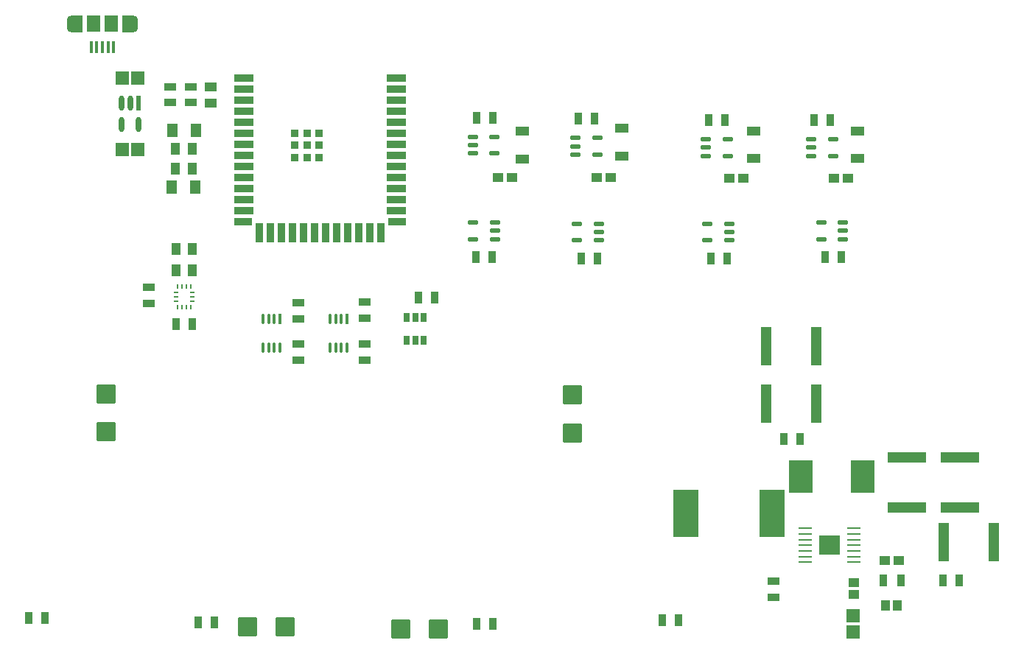
<source format=gtp>
G04*
G04 #@! TF.GenerationSoftware,Altium Limited,Altium Designer,25.8.1 (18)*
G04*
G04 Layer_Color=8421504*
%FSLAX42Y42*%
%MOMM*%
G71*
G04*
G04 #@! TF.SameCoordinates,874FC4BF-8C61-49E1-ACD6-6D65B42AE4DE*
G04*
G04*
G04 #@! TF.FilePolarity,Positive*
G04*
G01*
G75*
%ADD17R,2.46X2.31*%
%ADD18R,1.55X0.25*%
%ADD19R,1.55X0.25*%
%ADD20C,0.50*%
G04:AMPARAMS|DCode=21|XSize=1.21mm|YSize=0.59mm|CornerRadius=0.15mm|HoleSize=0mm|Usage=FLASHONLY|Rotation=180.000|XOffset=0mm|YOffset=0mm|HoleType=Round|Shape=RoundedRectangle|*
%AMROUNDEDRECTD21*
21,1,1.21,0.30,0,0,180.0*
21,1,0.92,0.59,0,0,180.0*
1,1,0.30,-0.46,0.15*
1,1,0.30,0.46,0.15*
1,1,0.30,0.46,-0.15*
1,1,0.30,-0.46,-0.15*
%
%ADD21ROUNDEDRECTD21*%
%ADD22R,0.95X1.40*%
%ADD23R,1.30X4.50*%
%ADD24R,4.50X1.30*%
%ADD25R,1.21X1.06*%
%ADD26R,2.26X0.90*%
%ADD27R,0.90X0.90*%
%ADD28R,1.40X0.95*%
G04:AMPARAMS|DCode=29|XSize=1.25mm|YSize=0.34mm|CornerRadius=0.17mm|HoleSize=0mm|Usage=FLASHONLY|Rotation=270.000|XOffset=0mm|YOffset=0mm|HoleType=Round|Shape=RoundedRectangle|*
%AMROUNDEDRECTD29*
21,1,1.25,0.00,0,0,270.0*
21,1,0.92,0.34,0,0,270.0*
1,1,0.34,0.00,-0.46*
1,1,0.34,0.00,0.46*
1,1,0.34,0.00,0.46*
1,1,0.34,0.00,-0.46*
%
%ADD29ROUNDEDRECTD29*%
G04:AMPARAMS|DCode=30|XSize=2.25mm|YSize=2.13mm|CornerRadius=0.16mm|HoleSize=0mm|Usage=FLASHONLY|Rotation=90.000|XOffset=0mm|YOffset=0mm|HoleType=Round|Shape=RoundedRectangle|*
%AMROUNDEDRECTD30*
21,1,2.25,1.81,0,0,90.0*
21,1,1.93,2.13,0,0,90.0*
1,1,0.32,0.91,0.97*
1,1,0.32,0.91,-0.97*
1,1,0.32,-0.91,-0.97*
1,1,0.32,-0.91,0.97*
%
%ADD30ROUNDEDRECTD30*%
G04:AMPARAMS|DCode=31|XSize=1.1mm|YSize=0.6mm|CornerRadius=0.05mm|HoleSize=0mm|Usage=FLASHONLY|Rotation=90.000|XOffset=0mm|YOffset=0mm|HoleType=Round|Shape=RoundedRectangle|*
%AMROUNDEDRECTD31*
21,1,1.10,0.50,0,0,90.0*
21,1,1.00,0.60,0,0,90.0*
1,1,0.10,0.25,0.50*
1,1,0.10,0.25,-0.50*
1,1,0.10,-0.25,-0.50*
1,1,0.10,-0.25,0.50*
%
%ADD31ROUNDEDRECTD31*%
%ADD32R,1.11X1.31*%
%ADD33R,1.55X1.55*%
G04:AMPARAMS|DCode=34|XSize=2.25mm|YSize=2.13mm|CornerRadius=0.16mm|HoleSize=0mm|Usage=FLASHONLY|Rotation=0.000|XOffset=0mm|YOffset=0mm|HoleType=Round|Shape=RoundedRectangle|*
%AMROUNDEDRECTD34*
21,1,2.25,1.81,0,0,0.0*
21,1,1.93,2.13,0,0,0.0*
1,1,0.32,0.97,-0.91*
1,1,0.32,-0.97,-0.91*
1,1,0.32,-0.97,0.91*
1,1,0.32,0.97,0.91*
%
%ADD34ROUNDEDRECTD34*%
%ADD35R,1.20X1.50*%
%ADD36R,0.25X0.48*%
%ADD37R,0.48X0.25*%
%ADD38R,1.50X1.55*%
G04:AMPARAMS|DCode=39|XSize=1.71mm|YSize=0.62mm|CornerRadius=0.31mm|HoleSize=0mm|Usage=FLASHONLY|Rotation=270.000|XOffset=0mm|YOffset=0mm|HoleType=Round|Shape=RoundedRectangle|*
%AMROUNDEDRECTD39*
21,1,1.71,0.00,0,0,270.0*
21,1,1.09,0.62,0,0,270.0*
1,1,0.62,0.00,-0.55*
1,1,0.62,0.00,0.55*
1,1,0.62,0.00,0.55*
1,1,0.62,0.00,-0.55*
%
%ADD39ROUNDEDRECTD39*%
%ADD40R,0.40X1.35*%
%ADD41R,2.90X5.40*%
%ADD42R,0.96X1.47*%
%ADD43R,2.79X3.81*%
%ADD44R,0.34X1.25*%
%ADD45R,1.01X1.41*%
%ADD46R,1.41X1.01*%
%ADD47R,1.50X1.90*%
%ADD48R,0.90X2.26*%
%ADD49R,2.03X0.90*%
%ADD50R,0.62X1.71*%
%ADD51R,1.60X1.00*%
%ADD52R,1.31X1.11*%
G36*
X3220Y12464D02*
X3170D01*
X3170Y12554D01*
X3220D01*
Y12464D01*
D02*
G37*
G36*
X3350Y12414D02*
X3220D01*
Y12604D01*
X3350D01*
Y12414D01*
D02*
G37*
G36*
X3940D02*
X3810D01*
Y12604D01*
X3940D01*
Y12414D01*
D02*
G37*
G36*
X3990Y12464D02*
X3940D01*
Y12555D01*
X3990D01*
X3990Y12464D01*
D02*
G37*
D17*
X11938Y6515D02*
D03*
D18*
X12218Y6710D02*
D03*
Y6580D02*
D03*
Y6450D02*
D03*
Y6320D02*
D03*
X11658D02*
D03*
Y6450D02*
D03*
Y6580D02*
D03*
Y6710D02*
D03*
D19*
X12219Y6645D02*
D03*
X12218Y6515D02*
D03*
X12219Y6385D02*
D03*
X11659D02*
D03*
X11658Y6515D02*
D03*
X11659Y6645D02*
D03*
D20*
X3245Y12464D02*
G03*
X3245Y12464I-25J0D01*
G01*
Y12554D02*
G03*
X3245Y12554I-25J0D01*
G01*
X3965Y12464D02*
G03*
X3965Y12464I-25J0D01*
G01*
Y12554D02*
G03*
X3965Y12554I-25J0D01*
G01*
D21*
X12093Y10225D02*
D03*
X10517Y10992D02*
D03*
X11724D02*
D03*
X10785Y10212D02*
D03*
X9018Y11007D02*
D03*
X9286Y10212D02*
D03*
X8092Y10225D02*
D03*
X7836Y11019D02*
D03*
X8092Y10035D02*
D03*
X9286Y10022D02*
D03*
X10785D02*
D03*
X12093Y10035D02*
D03*
X11975Y11182D02*
D03*
Y10992D02*
D03*
X11724Y11087D02*
D03*
Y11182D02*
D03*
X10768D02*
D03*
Y10992D02*
D03*
X10517Y11087D02*
D03*
Y11182D02*
D03*
X9269Y11197D02*
D03*
Y11007D02*
D03*
X9018Y11102D02*
D03*
Y11197D02*
D03*
X8087Y11209D02*
D03*
Y11019D02*
D03*
X7836Y11114D02*
D03*
Y11209D02*
D03*
X11842Y10035D02*
D03*
Y10225D02*
D03*
X12093Y10130D02*
D03*
X10534Y10022D02*
D03*
Y10212D02*
D03*
X10785Y10117D02*
D03*
X9035Y10022D02*
D03*
Y10212D02*
D03*
X9286Y10117D02*
D03*
X7841Y10035D02*
D03*
Y10225D02*
D03*
X8092Y10130D02*
D03*
D22*
X12069Y9825D02*
D03*
X11760Y11405D02*
D03*
X10550D02*
D03*
X11595Y7734D02*
D03*
X10761Y9812D02*
D03*
X9236Y11419D02*
D03*
X8068Y11432D02*
D03*
X9266Y9812D02*
D03*
X8059Y9825D02*
D03*
X7395Y9360D02*
D03*
X13239Y6109D02*
D03*
X10202Y5651D02*
D03*
X7883Y5613D02*
D03*
X4614Y9055D02*
D03*
X4868Y5626D02*
D03*
X2731Y5677D02*
D03*
X11410Y7734D02*
D03*
X8068Y5613D02*
D03*
X2916Y5677D02*
D03*
X4683Y5626D02*
D03*
X10017Y5651D02*
D03*
X4429Y9055D02*
D03*
X7210Y9360D02*
D03*
X11945Y11405D02*
D03*
X10735D02*
D03*
X9051Y11419D02*
D03*
X7883Y11432D02*
D03*
X11884Y9825D02*
D03*
X10576Y9812D02*
D03*
X9081D02*
D03*
X7874Y9825D02*
D03*
X13424Y6109D02*
D03*
D23*
X11781Y8801D02*
D03*
X13251Y6553D02*
D03*
X11786Y8141D02*
D03*
X11206Y8801D02*
D03*
X11211Y8141D02*
D03*
X13826Y6553D02*
D03*
D24*
X13437Y6951D02*
D03*
X12827D02*
D03*
X13437Y7526D02*
D03*
X12827D02*
D03*
D25*
X12729Y6337D02*
D03*
X8124Y10746D02*
D03*
X8284D02*
D03*
X12145Y10732D02*
D03*
X11985D02*
D03*
X10947D02*
D03*
X10787D02*
D03*
X9423Y10746D02*
D03*
X9263D02*
D03*
X12569Y6337D02*
D03*
D26*
X6957Y11887D02*
D03*
X5207D02*
D03*
Y11252D02*
D03*
Y11760D02*
D03*
Y11379D02*
D03*
X6957Y11506D02*
D03*
Y11379D02*
D03*
X5207Y10363D02*
D03*
Y10490D02*
D03*
Y10871D02*
D03*
Y10998D02*
D03*
Y11506D02*
D03*
Y11633D02*
D03*
Y11125D02*
D03*
Y10744D02*
D03*
Y10617D02*
D03*
X6957Y10363D02*
D03*
Y10490D02*
D03*
Y10617D02*
D03*
Y10744D02*
D03*
Y10871D02*
D03*
Y10998D02*
D03*
Y11125D02*
D03*
Y11252D02*
D03*
Y11633D02*
D03*
Y11760D02*
D03*
D27*
X6072Y11255D02*
D03*
Y11115D02*
D03*
Y10975D02*
D03*
X5932Y11255D02*
D03*
X5792D02*
D03*
X5932Y11115D02*
D03*
X5792Y10975D02*
D03*
X5932D02*
D03*
X5792Y11115D02*
D03*
D28*
X6591Y9128D02*
D03*
Y8830D02*
D03*
X11290Y5915D02*
D03*
X4597Y11604D02*
D03*
X4356D02*
D03*
X5829Y9119D02*
D03*
Y8830D02*
D03*
X4115Y9296D02*
D03*
X5829Y8645D02*
D03*
X4115Y9481D02*
D03*
X4597Y11789D02*
D03*
X6591Y9313D02*
D03*
X5829Y9304D02*
D03*
X4356Y11789D02*
D03*
X6591Y8645D02*
D03*
X11290Y6100D02*
D03*
D29*
X6196Y9118D02*
D03*
X5427Y9119D02*
D03*
X6326Y9118D02*
D03*
X6261D02*
D03*
X6196Y8788D02*
D03*
X6261D02*
D03*
X6326D02*
D03*
X6391D02*
D03*
X5557Y9119D02*
D03*
X5492D02*
D03*
X5427Y8788D02*
D03*
X5492D02*
D03*
X5557D02*
D03*
X5622D02*
D03*
D30*
X8979Y8242D02*
D03*
X3619Y8257D02*
D03*
Y7822D02*
D03*
X8979Y7807D02*
D03*
D31*
X7175Y8874D02*
D03*
Y9134D02*
D03*
X7080Y8874D02*
D03*
Y9134D02*
D03*
X7270D02*
D03*
Y8874D02*
D03*
D32*
X12717Y5828D02*
D03*
X12582D02*
D03*
D33*
X12211Y5523D02*
D03*
Y5708D02*
D03*
D34*
X7444Y5556D02*
D03*
X5244Y5582D02*
D03*
X7009Y5556D02*
D03*
X5678Y5582D02*
D03*
D35*
X4648Y10630D02*
D03*
X4387Y11286D02*
D03*
X4378Y10630D02*
D03*
X4657Y11286D02*
D03*
D36*
X4596Y9488D02*
D03*
Y9257D02*
D03*
X4546D02*
D03*
X4496D02*
D03*
X4446D02*
D03*
Y9488D02*
D03*
X4496D02*
D03*
X4546D02*
D03*
D37*
X4430Y9373D02*
D03*
Y9323D02*
D03*
X4613Y9423D02*
D03*
Y9373D02*
D03*
Y9323D02*
D03*
X4430Y9423D02*
D03*
D38*
X3989Y11887D02*
D03*
X3808Y11062D02*
D03*
X3988D02*
D03*
X3809Y11887D02*
D03*
D39*
X3899Y11595D02*
D03*
X3994Y11355D02*
D03*
X3804Y11595D02*
D03*
Y11355D02*
D03*
D40*
X3450Y12239D02*
D03*
X3515D02*
D03*
X3580D02*
D03*
X3645D02*
D03*
X3710D02*
D03*
D41*
X10287Y6883D02*
D03*
X11277D02*
D03*
D42*
X12559Y6116D02*
D03*
X12754D02*
D03*
D43*
X12320Y7303D02*
D03*
X11607D02*
D03*
D44*
X6391Y9118D02*
D03*
X5622Y9119D02*
D03*
D45*
X4426Y9677D02*
D03*
X4616D02*
D03*
X4426Y9919D02*
D03*
X4616D02*
D03*
X4420Y11074D02*
D03*
X4610Y10846D02*
D03*
X4420D02*
D03*
X4610Y11074D02*
D03*
D46*
X4826Y11785D02*
D03*
Y11595D02*
D03*
D47*
X3480Y12510D02*
D03*
X3680D02*
D03*
D48*
X6272Y10111D02*
D03*
X6146D02*
D03*
X6781D02*
D03*
X6654D02*
D03*
X6526D02*
D03*
X6399D02*
D03*
X6019D02*
D03*
X5892D02*
D03*
X5765D02*
D03*
X5638D02*
D03*
X5510D02*
D03*
X5383D02*
D03*
D49*
X6968Y10236D02*
D03*
X5196D02*
D03*
D50*
X3994Y11595D02*
D03*
D51*
X12256Y11280D02*
D03*
Y10960D02*
D03*
X11062Y11280D02*
D03*
Y10960D02*
D03*
X9550Y11307D02*
D03*
Y10987D02*
D03*
X8407Y11274D02*
D03*
Y10954D02*
D03*
D52*
X12217Y5951D02*
D03*
Y6087D02*
D03*
M02*

</source>
